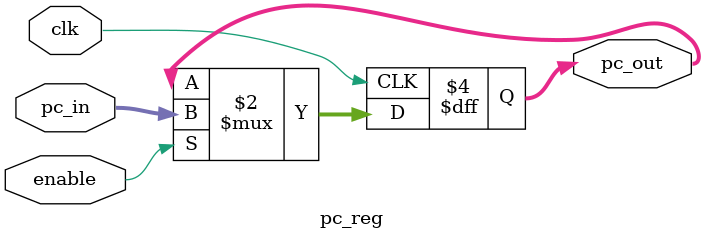
<source format=v>
module pc_reg ( 
    input clk,
	input enable , 
    input [7:0] pc_in,
    output reg [7:0] pc_out
);
	always @(posedge clk ) 
		begin
            if(enable)
				pc_out <= pc_in;
        end
endmodule

</source>
